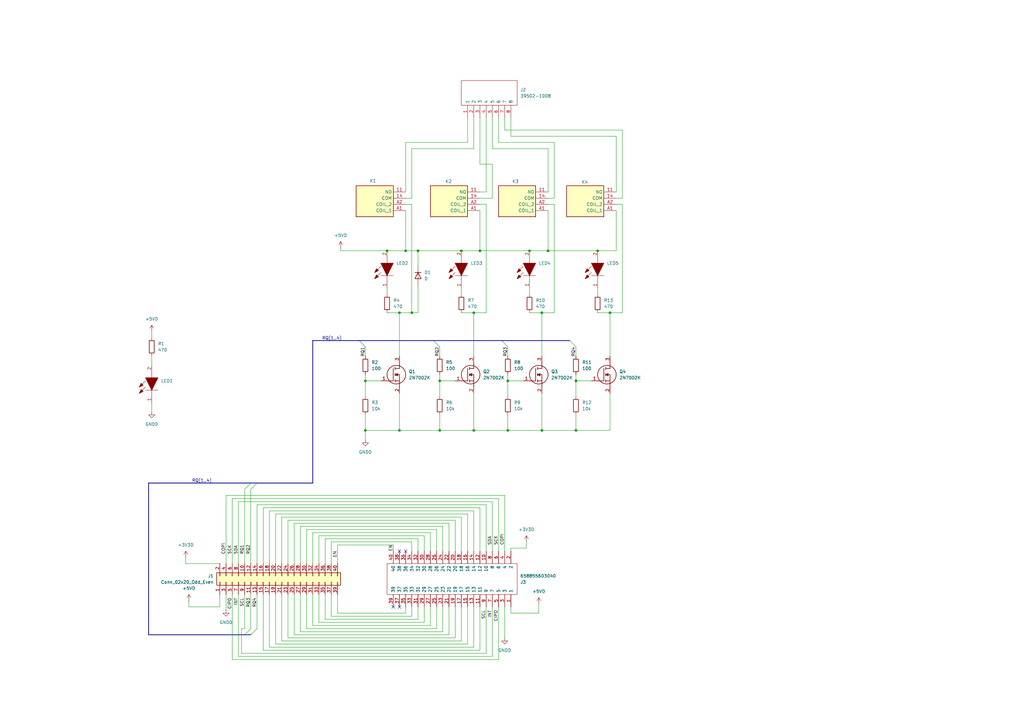
<source format=kicad_sch>
(kicad_sch (version 20250114) (generator "eeschema") (generator_version "9.0")
  (paper "A3")
  (title_block (title "CAN Tram Controller Relaismodul") (date "2025-07-26"))
  (lib_symbols
    (symbol "Connector_Generic:Conn_02x20_Odd_Even" (pin_names (offset 1.016) (hide yes))
      (property "Reference" "J" (at 1.27 25.4 0))
      (property "Value" "Conn_02x20_Odd_Even" (at 1.27 -27.94 0))
      (symbol "Conn_02x20_Odd_Even_1_1"
        (pin passive line (at -5.08 22.86 0) (length 3.81) (name "Pin_1") (number "1"))
        (pin passive line (at -5.08 20.32 0) (length 3.81) (name "Pin_3") (number "3"))
        (pin passive line (at -5.08 17.78 0) (length 3.81) (name "Pin_5") (number "5"))
        (pin passive line (at -5.08 15.24 0) (length 3.81) (name "Pin_7") (number "7"))
        (pin passive line (at -5.08 12.7 0) (length 3.81) (name "Pin_9") (number "9"))
        (pin passive line (at -5.08 10.16 0) (length 3.81) (name "Pin_11") (number "11"))
        (pin passive line (at -5.08 7.62 0) (length 3.81) (name "Pin_13") (number "13"))
        (pin passive line (at -5.08 5.08 0) (length 3.81) (name "Pin_15") (number "15"))
        (pin passive line (at -5.08 2.54 0) (length 3.81) (name "Pin_17") (number "17"))
        (pin passive line (at -5.08 0 0) (length 3.81) (name "Pin_19") (number "19"))
        (pin passive line (at -5.08 -2.54 0) (length 3.81) (name "Pin_21") (number "21"))
        (pin passive line (at -5.08 -5.08 0) (length 3.81) (name "Pin_23") (number "23"))
        (pin passive line (at -5.08 -7.62 0) (length 3.81) (name "Pin_25") (number "25"))
        (pin passive line (at -5.08 -10.16 0) (length 3.81) (name "Pin_27") (number "27"))
        (pin passive line (at -5.08 -12.7 0) (length 3.81) (name "Pin_29") (number "29"))
        (pin passive line (at -5.08 -15.24 0) (length 3.81) (name "Pin_31") (number "31"))
        (pin passive line (at -5.08 -17.78 0) (length 3.81) (name "Pin_33") (number "33"))
        (pin passive line (at -5.08 -20.32 0) (length 3.81) (name "Pin_35") (number "35"))
        (pin passive line (at -5.08 -22.86 0) (length 3.81) (name "Pin_37") (number "37"))
        (pin passive line (at -5.08 -25.4 0) (length 3.81) (name "Pin_39") (number "39"))
        (pin passive line (at 7.62 22.86 180) (length 3.81) (name "Pin_2") (number "2"))
        (pin passive line (at 7.62 20.32 180) (length 3.81) (name "Pin_4") (number "4"))
        (pin passive line (at 7.62 17.78 180) (length 3.81) (name "Pin_6") (number "6"))
        (pin passive line (at 7.62 15.24 180) (length 3.81) (name "Pin_8") (number "8"))
        (pin passive line (at 7.62 12.7 180) (length 3.81) (name "Pin_10") (number "10"))
        (pin passive line (at 7.62 10.16 180) (length 3.81) (name "Pin_12") (number "12"))
        (pin passive line (at 7.62 7.62 180) (length 3.81) (name "Pin_14") (number "14"))
        (pin passive line (at 7.62 5.08 180) (length 3.81) (name "Pin_16") (number "16"))
        (pin passive line (at 7.62 2.54 180) (length 3.81) (name "Pin_18") (number "18"))
        (pin passive line (at 7.62 0 180) (length 3.81) (name "Pin_20") (number "20"))
        (pin passive line (at 7.62 -2.54 180) (length 3.81) (name "Pin_22") (number "22"))
        (pin passive line (at 7.62 -5.08 180) (length 3.81) (name "Pin_24") (number "24"))
        (pin passive line (at 7.62 -7.62 180) (length 3.81) (name "Pin_26") (number "26"))
        (pin passive line (at 7.62 -10.16 180) (length 3.81) (name "Pin_28") (number "28"))
        (pin passive line (at 7.62 -12.7 180) (length 3.81) (name "Pin_30") (number "30"))
        (pin passive line (at 7.62 -15.24 180) (length 3.81) (name "Pin_32") (number "32"))
        (pin passive line (at 7.62 -17.78 180) (length 3.81) (name "Pin_34") (number "34"))
        (pin passive line (at 7.62 -20.32 180) (length 3.81) (name "Pin_36") (number "36"))
        (pin passive line (at 7.62 -22.86 180) (length 3.81) (name "Pin_38") (number "38"))
        (pin passive line (at 7.62 -25.4 180) (length 3.81) (name "Pin_40") (number "40"))
      )
    )
    (symbol "Device:D" (pin_numbers (hide yes)) (pin_names (offset 1.016) (hide yes))
      (property "Reference" "D" (at 0 2.54 0))
      (property "Value" "D" (at 0 -2.54 0))
      (symbol "D_1_1"
        (pin passive line (at -3.81 0 0) (length 2.54) (name "K") (number "1"))
        (pin passive line (at 3.81 0 180) (length 2.54) (name "A") (number "2"))
      )
    )
    (symbol "Device:R" (pin_numbers (hide yes)) (pin_names (offset 0))
      (property "Reference" "R" (at 2.032 0 90))
      (property "Value" "R" (at 0 0 90))
      (symbol "R_1_1"
        (pin passive line (at 0 3.81 270) (length 1.27) (name "~") (number "1"))
        (pin passive line (at 0 -3.81 90) (length 1.27) (name "~") (number "2"))
      )
    )
    (symbol "SamacSys_Parts:156120GS75000" (pin_names (offset 0.762))
      (property "Reference" "LED" (at 12.7 8.89 0))
      (property "Value" "156120GS75000" (at 12.7 6.35 0))
      (symbol "156120GS75000_0_0"
        (pin passive line (at 0 0 0) (length 2.54) (name "~") (number "1"))
        (pin passive line (at 15.24 0 180) (length 2.54) (name "~") (number "2"))
      )
    )
    (symbol "SamacSys_Parts:156120YS75000" (pin_names (offset 0.762))
      (property "Reference" "LED" (at 12.7 8.89 0))
      (property "Value" "156120YS75000" (at 12.7 6.35 0))
      (symbol "156120YS75000_0_0"
        (pin output line (at 0 0 0) (length 2.54) (name "~") (number "1"))
        (pin input line (at 15.24 0 180) (length 2.54) (name "~") (number "2"))
      )
    )
    (symbol "SamacSys_Parts:2N7002K" (pin_names (hide yes))
      (property "Reference" "Q" (at 11.43 3.81 0))
      (property "Value" "2N7002K" (at 11.43 1.27 0))
      (symbol "2N7002K_1_1"
        (pin passive line (at 0 0 0) (length 2.54) (name "G") (number "1"))
        (pin passive line (at 7.62 10.16 270) (length 2.54) (name "D") (number "3"))
        (pin passive line (at 7.62 -5.08 90) (length 2.54) (name "S") (number "2"))
      )
    )
    (symbol "SamacSys_Parts:39502-1008" (pin_names (offset 0.762))
      (property "Reference" "J" (at 16.51 7.62 0))
      (property "Value" "39502-1008" (at 16.51 5.08 0))
      (symbol "39502-1008_0_0"
        (pin passive line (at 0 0 0) (length 5.08) (name "1") (number "1"))
        (pin passive line (at 0 -2.54 0) (length 5.08) (name "2") (number "2"))
        (pin passive line (at 0 -5.08 0) (length 5.08) (name "3") (number "3"))
        (pin passive line (at 0 -7.62 0) (length 5.08) (name "4") (number "4"))
        (pin passive line (at 0 -10.16 0) (length 5.08) (name "5") (number "5"))
        (pin passive line (at 0 -12.7 0) (length 5.08) (name "6") (number "6"))
        (pin passive line (at 0 -15.24 0) (length 5.08) (name "7") (number "7"))
        (pin passive line (at 0 -17.78 0) (length 5.08) (name "8") (number "8"))
      )
    )
    (symbol "SamacSys_Parts:658855603040" (pin_names (offset 0.762))
      (property "Reference" "J" (at 19.05 7.62 0))
      (property "Value" "658855603040" (at 19.05 5.08 0))
      (symbol "658855603040_0_0"
        (pin passive line (at 0 0 0) (length 5.08) (name "2") (number "2"))
        (pin passive line (at 0 -2.54 0) (length 5.08) (name "4") (number "4"))
        (pin passive line (at 0 -5.08 0) (length 5.08) (name "6") (number "6"))
        (pin passive line (at 0 -7.62 0) (length 5.08) (name "8") (number "8"))
        (pin passive line (at 0 -10.16 0) (length 5.08) (name "10") (number "10"))
        (pin passive line (at 0 -12.7 0) (length 5.08) (name "12") (number "12"))
        (pin passive line (at 0 -15.24 0) (length 5.08) (name "14") (number "14"))
        (pin passive line (at 0 -17.78 0) (length 5.08) (name "16") (number "16"))
        (pin passive line (at 0 -20.32 0) (length 5.08) (name "18") (number "18"))
        (pin passive line (at 0 -22.86 0) (length 5.08) (name "20") (number "20"))
        (pin passive line (at 0 -25.4 0) (length 5.08) (name "22") (number "22"))
        (pin passive line (at 0 -27.94 0) (length 5.08) (name "24") (number "24"))
        (pin passive line (at 0 -30.48 0) (length 5.08) (name "26") (number "26"))
        (pin passive line (at 0 -33.02 0) (length 5.08) (name "28") (number "28"))
        (pin passive line (at 0 -35.56 0) (length 5.08) (name "30") (number "30"))
        (pin passive line (at 0 -38.1 0) (length 5.08) (name "32") (number "32"))
        (pin passive line (at 0 -40.64 0) (length 5.08) (name "34") (number "34"))
        (pin passive line (at 0 -43.18 0) (length 5.08) (name "36") (number "36"))
        (pin passive line (at 0 -45.72 0) (length 5.08) (name "38") (number "38"))
        (pin passive line (at 0 -48.26 0) (length 5.08) (name "40") (number "40"))
        (pin passive line (at 22.86 0 180) (length 5.08) (name "1") (number "1"))
        (pin passive line (at 22.86 -2.54 180) (length 5.08) (name "3") (number "3"))
        (pin passive line (at 22.86 -5.08 180) (length 5.08) (name "5") (number "5"))
        (pin passive line (at 22.86 -7.62 180) (length 5.08) (name "7") (number "7"))
        (pin passive line (at 22.86 -10.16 180) (length 5.08) (name "9") (number "9"))
        (pin passive line (at 22.86 -12.7 180) (length 5.08) (name "11") (number "11"))
        (pin passive line (at 22.86 -15.24 180) (length 5.08) (name "13") (number "13"))
        (pin passive line (at 22.86 -17.78 180) (length 5.08) (name "15") (number "15"))
        (pin passive line (at 22.86 -20.32 180) (length 5.08) (name "17") (number "17"))
        (pin passive line (at 22.86 -22.86 180) (length 5.08) (name "19") (number "19"))
        (pin passive line (at 22.86 -25.4 180) (length 5.08) (name "21") (number "21"))
        (pin passive line (at 22.86 -27.94 180) (length 5.08) (name "23") (number "23"))
        (pin passive line (at 22.86 -30.48 180) (length 5.08) (name "25") (number "25"))
        (pin passive line (at 22.86 -33.02 180) (length 5.08) (name "27") (number "27"))
        (pin passive line (at 22.86 -35.56 180) (length 5.08) (name "29") (number "29"))
        (pin passive line (at 22.86 -38.1 180) (length 5.08) (name "31") (number "31"))
        (pin passive line (at 22.86 -40.64 180) (length 5.08) (name "33") (number "33"))
        (pin passive line (at 22.86 -43.18 180) (length 5.08) (name "35") (number "35"))
        (pin passive line (at 22.86 -45.72 180) (length 5.08) (name "37") (number "37"))
        (pin passive line (at 22.86 -48.26 180) (length 5.08) (name "39") (number "39"))
      )
    )
    (symbol "SamacSys_Parts:PCN-105D3MHZ"
      (property "Reference" "K" (at 21.59 7.62 0))
      (property "Value" "PCN-105D3MHZ" (at 21.59 5.08 0))
      (symbol "PCN-105D3MHZ_1_1"
        (pin passive line (at 0 0 0) (length 5.08) (name "COIL_1") (number "A1"))
        (pin passive line (at 0 -2.54 0) (length 5.08) (name "COIL_2") (number "A2"))
        (pin passive line (at 0 -5.08 0) (length 5.08) (name "COM") (number "14"))
        (pin passive line (at 0 -7.62 0) (length 5.08) (name "NO") (number "11"))
      )
    )
    (symbol "power:+5V" (power) (pin_numbers (hide yes)) (pin_names (offset 0) (hide yes))
      (property "Value" "+5V" (at 0 3.556 0))
      (symbol "+5V_1_1"
        (pin power_in line (at 0 0 90) (length 0) (name "~") (number "1"))
      )
    )
    (symbol "power:GND" (power) (pin_numbers (hide yes)) (pin_names (offset 0) (hide yes))
      (property "Value" "GND" (at 0 -3.81 0))
      (symbol "GND_1_1"
        (pin power_in line (at 0 0 270) (length 0) (name "~") (number "1"))
      )
    )
  )
  (junction (at 149.86 156.21))
  (junction (at 196.85 102.87))
  (junction (at 217.17 102.87))
  (junction (at 250.19 128.27))
  (junction (at 208.28 176.53))
  (junction (at 163.83 128.27))
  (junction (at 194.31 128.27))
  (junction (at 180.34 156.21))
  (junction (at 224.79 102.87))
  (junction (at 189.23 102.87))
  (junction (at 194.31 176.53))
  (junction (at 171.45 102.87))
  (junction (at 222.25 176.53))
  (junction (at 163.83 176.53))
  (junction (at 149.86 176.53))
  (junction (at 158.75 102.87))
  (junction (at 168.91 128.27))
  (junction (at 180.34 176.53))
  (junction (at 222.25 128.27))
  (junction (at 236.22 156.21))
  (junction (at 208.28 156.21))
  (junction (at 245.11 102.87))
  (junction (at 166.37 102.87))
  (junction (at 236.22 176.53))
  (no_connect (at 163.83 248.92))
  (no_connect (at 163.83 226.06))
  (no_connect (at 166.37 226.06))
  (no_connect (at 161.29 248.92))
  (bus_entry (at 205.74 139.7) (size 2.54 2.54))
  (bus_entry (at 102.87 257.81) (size -2.54 2.54))
  (bus_entry (at 100.33 200.66) (size 2.54 -2.54))
  (bus_entry (at 105.41 257.81) (size -2.54 2.54))
  (bus_entry (at 233.68 139.7) (size 2.54 2.54))
  (bus_entry (at 177.8 139.7) (size 2.54 2.54))
  (bus_entry (at 102.87 200.66) (size 2.54 -2.54))
  (bus_entry (at 147.32 139.7) (size 2.54 2.54))
  (wire (pts (xy 250.19 128.27) (xy 255.27 128.27)))
  (wire (pts (xy 135.89 252.73) (xy 168.91 252.73)))
  (wire (pts (xy 199.39 78.74) (xy 199.39 48.26)))
  (wire (pts (xy 179.07 226.06) (xy 179.07 217.17)))
  (wire (pts (xy 209.55 224.79) (xy 215.9 224.79)))
  (wire (pts (xy 62.23 165.1) (xy 62.23 168.91)))
  (wire (pts (xy 139.7 102.87) (xy 158.75 102.87)))
  (wire (pts (xy 123.19 215.9) (xy 123.19 231.14)))
  (wire (pts (xy 166.37 102.87) (xy 171.45 102.87)))
  (wire (pts (xy 168.91 226.06) (xy 168.91 222.25)))
  (wire (pts (xy 95.25 270.51) (xy 204.47 270.51)))
  (wire (pts (xy 138.43 243.84) (xy 138.43 251.46)))
  (wire (pts (xy 224.79 102.87) (xy 245.11 102.87)))
  (wire (pts (xy 176.53 226.06) (xy 176.53 218.44)))
  (wire (pts (xy 196.85 266.7) (xy 196.85 248.92)))
  (wire (pts (xy 186.69 213.36) (xy 118.11 213.36)))
  (wire (pts (xy 252.73 78.74) (xy 252.73 55.88)))
  (bus (pts (xy 147.32 139.7) (xy 177.8 139.7)))
  (wire (pts (xy 128.27 256.54) (xy 176.53 256.54)))
  (wire (pts (xy 120.65 214.63) (xy 120.65 231.14)))
  (wire (pts (xy 120.65 243.84) (xy 120.65 260.35)))
  (wire (pts (xy 166.37 251.46) (xy 166.37 248.92)))
  (wire (pts (xy 163.83 128.27) (xy 168.91 128.27)))
  (wire (pts (xy 252.73 81.28) (xy 255.27 81.28)))
  (wire (pts (xy 97.79 205.74) (xy 97.79 231.14)))
  (wire (pts (xy 201.93 60.96) (xy 201.93 48.26)))
  (wire (pts (xy 135.89 222.25) (xy 135.89 231.14)))
  (wire (pts (xy 222.25 176.53) (xy 236.22 176.53)))
  (wire (pts (xy 245.11 118.11) (xy 245.11 120.65)))
  (wire (pts (xy 168.91 83.82) (xy 168.91 128.27)))
  (bus (pts (xy 60.96 260.35) (xy 100.33 260.35)))
  (wire (pts (xy 196.85 81.28) (xy 201.93 81.28)))
  (wire (pts (xy 113.03 210.82) (xy 113.03 231.14)))
  (wire (pts (xy 128.27 243.84) (xy 128.27 256.54)))
  (wire (pts (xy 130.81 243.84) (xy 130.81 255.27)))
  (wire (pts (xy 168.91 81.28) (xy 168.91 60.96)))
  (wire (pts (xy 199.39 83.82) (xy 199.39 128.27)))
  (wire (pts (xy 149.86 162.56) (xy 149.86 156.21)))
  (wire (pts (xy 194.31 226.06) (xy 194.31 209.55)))
  (wire (pts (xy 77.47 248.92) (xy 90.17 248.92)))
  (wire (pts (xy 173.99 255.27) (xy 173.99 248.92)))
  (wire (pts (xy 166.37 58.42) (xy 166.37 78.74)))
  (wire (pts (xy 201.93 67.31) (xy 196.85 67.31)))
  (wire (pts (xy 191.77 210.82) (xy 113.03 210.82)))
  (wire (pts (xy 163.83 128.27) (xy 163.83 146.05)))
  (wire (pts (xy 191.77 58.42) (xy 166.37 58.42)))
  (wire (pts (xy 161.29 223.52) (xy 161.29 226.06)))
  (wire (pts (xy 180.34 153.67) (xy 180.34 156.21)))
  (wire (pts (xy 224.79 86.36) (xy 224.79 102.87)))
  (wire (pts (xy 204.47 58.42) (xy 204.47 48.26)))
  (wire (pts (xy 236.22 142.24) (xy 236.22 146.05)))
  (wire (pts (xy 194.31 128.27) (xy 199.39 128.27)))
  (wire (pts (xy 189.23 102.87) (xy 196.85 102.87)))
  (wire (pts (xy 120.65 260.35) (xy 184.15 260.35)))
  (wire (pts (xy 209.55 251.46) (xy 220.98 251.46)))
  (bus (pts (xy 105.41 198.12) (xy 128.27 198.12)))
  (wire (pts (xy 138.43 223.52) (xy 161.29 223.52)))
  (wire (pts (xy 158.75 102.87) (xy 166.37 102.87)))
  (wire (pts (xy 181.61 226.06) (xy 181.61 215.9)))
  (wire (pts (xy 138.43 231.14) (xy 138.43 223.52)))
  (wire (pts (xy 184.15 226.06) (xy 184.15 214.63)))
  (wire (pts (xy 181.61 259.08) (xy 181.61 248.92)))
  (wire (pts (xy 130.81 219.71) (xy 130.81 231.14)))
  (wire (pts (xy 199.39 207.01) (xy 105.41 207.01)))
  (wire (pts (xy 189.23 226.06) (xy 189.23 212.09)))
  (wire (pts (xy 138.43 251.46) (xy 166.37 251.46)))
  (wire (pts (xy 201.93 248.92) (xy 201.93 269.24)))
  (wire (pts (xy 125.73 243.84) (xy 125.73 257.81)))
  (wire (pts (xy 149.86 176.53) (xy 149.86 170.18)))
  (wire (pts (xy 97.79 243.84) (xy 97.79 269.24)))
  (wire (pts (xy 245.11 102.87) (xy 252.73 102.87)))
  (wire (pts (xy 184.15 214.63) (xy 120.65 214.63)))
  (wire (pts (xy 110.49 265.43) (xy 194.31 265.43)))
  (wire (pts (xy 118.11 261.62) (xy 186.69 261.62)))
  (wire (pts (xy 222.25 128.27) (xy 227.33 128.27)))
  (wire (pts (xy 201.93 205.74) (xy 201.93 226.06)))
  (wire (pts (xy 236.22 156.21) (xy 242.57 156.21)))
  (wire (pts (xy 118.11 213.36) (xy 118.11 231.14)))
  (wire (pts (xy 252.73 83.82) (xy 255.27 83.82)))
  (wire (pts (xy 130.81 255.27) (xy 173.99 255.27)))
  (wire (pts (xy 168.91 81.28) (xy 166.37 81.28)))
  (wire (pts (xy 209.55 55.88) (xy 209.55 48.26)))
  (wire (pts (xy 171.45 116.84) (xy 171.45 128.27)))
  (wire (pts (xy 222.25 161.29) (xy 222.25 176.53)))
  (wire (pts (xy 135.89 243.84) (xy 135.89 252.73)))
  (wire (pts (xy 97.79 205.74) (xy 201.93 205.74)))
  (wire (pts (xy 207.01 203.2) (xy 207.01 226.06)))
  (wire (pts (xy 92.71 243.84) (xy 92.71 250.19)))
  (wire (pts (xy 133.35 220.98) (xy 133.35 231.14)))
  (wire (pts (xy 100.33 200.66) (xy 100.33 231.14)))
  (wire (pts (xy 149.86 153.67) (xy 149.86 156.21)))
  (wire (pts (xy 194.31 176.53) (xy 208.28 176.53)))
  (wire (pts (xy 250.19 176.53) (xy 236.22 176.53)))
  (bus (pts (xy 177.8 139.7) (xy 205.74 139.7)))
  (wire (pts (xy 201.93 81.28) (xy 201.93 67.31)))
  (bus (pts (xy 128.27 198.12) (xy 128.27 139.7)))
  (wire (pts (xy 227.33 58.42) (xy 204.47 58.42)))
  (wire (pts (xy 133.35 243.84) (xy 133.35 254)))
  (wire (pts (xy 207.01 248.92) (xy 207.01 261.62)))
  (wire (pts (xy 204.47 204.47) (xy 204.47 226.06)))
  (wire (pts (xy 208.28 176.53) (xy 208.28 170.18)))
  (wire (pts (xy 208.28 162.56) (xy 208.28 156.21)))
  (wire (pts (xy 97.79 269.24) (xy 201.93 269.24)))
  (wire (pts (xy 107.95 266.7) (xy 196.85 266.7)))
  (wire (pts (xy 163.83 176.53) (xy 180.34 176.53)))
  (wire (pts (xy 171.45 254) (xy 171.45 248.92)))
  (bus (pts (xy 60.96 198.12) (xy 102.87 198.12)))
  (wire (pts (xy 217.17 128.27) (xy 222.25 128.27)))
  (wire (pts (xy 171.45 128.27) (xy 168.91 128.27)))
  (wire (pts (xy 189.23 262.89) (xy 189.23 248.92)))
  (wire (pts (xy 209.55 248.92) (xy 209.55 251.46)))
  (wire (pts (xy 194.31 161.29) (xy 194.31 176.53)))
  (wire (pts (xy 227.33 81.28) (xy 227.33 58.42)))
  (wire (pts (xy 194.31 209.55) (xy 110.49 209.55)))
  (wire (pts (xy 191.77 264.16) (xy 191.77 248.92)))
  (wire (pts (xy 125.73 257.81) (xy 179.07 257.81)))
  (wire (pts (xy 199.39 267.97) (xy 199.39 248.92)))
  (wire (pts (xy 180.34 162.56) (xy 180.34 156.21)))
  (wire (pts (xy 173.99 226.06) (xy 173.99 219.71)))
  (wire (pts (xy 224.79 60.96) (xy 201.93 60.96)))
  (wire (pts (xy 189.23 118.11) (xy 189.23 120.65)))
  (bus (pts (xy 102.87 198.12) (xy 105.41 198.12)))
  (wire (pts (xy 250.19 161.29) (xy 250.19 176.53)))
  (wire (pts (xy 227.33 83.82) (xy 227.33 128.27)))
  (wire (pts (xy 196.85 226.06) (xy 196.85 208.28)))
  (wire (pts (xy 107.95 243.84) (xy 107.95 266.7)))
  (wire (pts (xy 171.45 226.06) (xy 171.45 220.98)))
  (wire (pts (xy 184.15 260.35) (xy 184.15 248.92)))
  (bus (pts (xy 128.27 139.7) (xy 147.32 139.7)))
  (wire (pts (xy 194.31 265.43) (xy 194.31 248.92)))
  (wire (pts (xy 191.77 226.06) (xy 191.77 210.82)))
  (wire (pts (xy 222.25 176.53) (xy 208.28 176.53)))
  (wire (pts (xy 92.71 203.2) (xy 207.01 203.2)))
  (wire (pts (xy 208.28 153.67) (xy 208.28 156.21)))
  (wire (pts (xy 191.77 58.42) (xy 191.77 48.26)))
  (wire (pts (xy 99.06 257.81) (xy 99.06 267.97)))
  (wire (pts (xy 128.27 218.44) (xy 128.27 231.14)))
  (wire (pts (xy 180.34 176.53) (xy 180.34 170.18)))
  (wire (pts (xy 107.95 208.28) (xy 107.95 231.14)))
  (bus (pts (xy 205.74 139.7) (xy 233.68 139.7)))
  (wire (pts (xy 115.57 243.84) (xy 115.57 262.89)))
  (wire (pts (xy 110.49 209.55) (xy 110.49 231.14)))
  (wire (pts (xy 180.34 142.24) (xy 180.34 146.05)))
  (wire (pts (xy 189.23 212.09) (xy 115.57 212.09)))
  (wire (pts (xy 90.17 248.92) (xy 90.17 243.84)))
  (wire (pts (xy 186.69 261.62) (xy 186.69 248.92)))
  (wire (pts (xy 204.47 248.92) (xy 204.47 270.51)))
  (wire (pts (xy 149.86 156.21) (xy 156.21 156.21)))
  (bus (pts (xy 60.96 260.35) (xy 60.96 198.12)))
  (wire (pts (xy 99.06 267.97) (xy 199.39 267.97)))
  (wire (pts (xy 158.75 118.11) (xy 158.75 120.65)))
  (wire (pts (xy 123.19 259.08) (xy 181.61 259.08)))
  (wire (pts (xy 196.85 86.36) (xy 196.85 102.87)))
  (wire (pts (xy 217.17 118.11) (xy 217.17 120.65)))
  (wire (pts (xy 208.28 156.21) (xy 214.63 156.21)))
  (wire (pts (xy 168.91 83.82) (xy 166.37 83.82)))
  (wire (pts (xy 224.79 81.28) (xy 227.33 81.28)))
  (wire (pts (xy 196.85 67.31) (xy 196.85 48.26)))
  (wire (pts (xy 166.37 86.36) (xy 166.37 102.87)))
  (wire (pts (xy 252.73 86.36) (xy 252.73 102.87)))
  (wire (pts (xy 196.85 102.87) (xy 217.17 102.87)))
  (wire (pts (xy 76.2 231.14) (xy 90.17 231.14)))
  (wire (pts (xy 76.2 228.6) (xy 76.2 231.14)))
  (wire (pts (xy 149.86 142.24) (xy 149.86 146.05)))
  (wire (pts (xy 163.83 176.53) (xy 149.86 176.53)))
  (wire (pts (xy 168.91 222.25) (xy 135.89 222.25)))
  (wire (pts (xy 176.53 256.54) (xy 176.53 248.92)))
  (wire (pts (xy 113.03 264.16) (xy 191.77 264.16)))
  (wire (pts (xy 95.25 243.84) (xy 95.25 270.51)))
  (wire (pts (xy 77.47 246.38) (xy 77.47 248.92)))
  (wire (pts (xy 163.83 161.29) (xy 163.83 176.53)))
  (wire (pts (xy 115.57 262.89) (xy 189.23 262.89)))
  (wire (pts (xy 194.31 128.27) (xy 194.31 146.05)))
  (wire (pts (xy 92.71 231.14) (xy 92.71 203.2)))
  (wire (pts (xy 171.45 220.98) (xy 133.35 220.98)))
  (wire (pts (xy 105.41 207.01) (xy 105.41 231.14)))
  (wire (pts (xy 62.23 146.05) (xy 62.23 149.86)))
  (wire (pts (xy 196.85 83.82) (xy 199.39 83.82)))
  (wire (pts (xy 168.91 60.96) (xy 194.31 60.96)))
  (wire (pts (xy 125.73 217.17) (xy 125.73 231.14)))
  (wire (pts (xy 236.22 170.18) (xy 236.22 176.53)))
  (wire (pts (xy 196.85 208.28) (xy 107.95 208.28)))
  (wire (pts (xy 171.45 102.87) (xy 189.23 102.87)))
  (wire (pts (xy 95.25 231.14) (xy 95.25 204.47)))
  (wire (pts (xy 236.22 153.67) (xy 236.22 156.21)))
  (wire (pts (xy 110.49 243.84) (xy 110.49 265.43)))
  (wire (pts (xy 181.61 215.9) (xy 123.19 215.9)))
  (wire (pts (xy 168.91 252.73) (xy 168.91 248.92)))
  (wire (pts (xy 180.34 156.21) (xy 186.69 156.21)))
  (wire (pts (xy 149.86 176.53) (xy 149.86 180.34)))
  (wire (pts (xy 158.75 128.27) (xy 163.83 128.27)))
  (wire (pts (xy 215.9 224.79) (xy 215.9 222.25)))
  (wire (pts (xy 115.57 212.09) (xy 115.57 231.14)))
  (wire (pts (xy 189.23 128.27) (xy 194.31 128.27)))
  (wire (pts (xy 194.31 176.53) (xy 180.34 176.53)))
  (wire (pts (xy 176.53 218.44) (xy 128.27 218.44)))
  (wire (pts (xy 209.55 55.88) (xy 252.73 55.88)))
  (wire (pts (xy 194.31 60.96) (xy 194.31 48.26)))
  (wire (pts (xy 220.98 251.46) (xy 220.98 247.65)))
  (wire (pts (xy 102.87 200.66) (xy 102.87 231.14)))
  (wire (pts (xy 217.17 102.87) (xy 224.79 102.87)))
  (wire (pts (xy 224.79 78.74) (xy 224.79 60.96)))
  (wire (pts (xy 209.55 226.06) (xy 209.55 224.79)))
  (wire (pts (xy 62.23 135.89) (xy 62.23 138.43)))
  (wire (pts (xy 222.25 128.27) (xy 222.25 146.05)))
  (bus (pts (xy 100.33 260.35) (xy 102.87 260.35)))
  (wire (pts (xy 173.99 219.71) (xy 130.81 219.71)))
  (wire (pts (xy 255.27 83.82) (xy 255.27 128.27)))
  (wire (pts (xy 113.03 243.84) (xy 113.03 264.16)))
  (wire (pts (xy 179.07 217.17) (xy 125.73 217.17)))
  (wire (pts (xy 123.19 243.84) (xy 123.19 259.08)))
  (wire (pts (xy 236.22 162.56) (xy 236.22 156.21)))
  (wire (pts (xy 196.85 78.74) (xy 199.39 78.74)))
  (wire (pts (xy 133.35 254) (xy 171.45 254)))
  (wire (pts (xy 186.69 226.06) (xy 186.69 213.36)))
  (wire (pts (xy 199.39 226.06) (xy 199.39 207.01)))
  (wire (pts (xy 207.01 53.34) (xy 255.27 53.34)))
  (wire (pts (xy 105.41 243.84) (xy 105.41 257.81)))
  (wire (pts (xy 208.28 142.24) (xy 208.28 146.05)))
  (wire (pts (xy 255.27 81.28) (xy 255.27 53.34)))
  (wire (pts (xy 139.7 101.6) (xy 139.7 102.87)))
  (wire (pts (xy 179.07 257.81) (xy 179.07 248.92)))
  (wire (pts (xy 250.19 128.27) (xy 250.19 146.05)))
  (wire (pts (xy 207.01 53.34) (xy 207.01 48.26)))
  (wire (pts (xy 100.33 257.81) (xy 99.06 257.81)))
  (wire (pts (xy 118.11 243.84) (xy 118.11 261.62)))
  (wire (pts (xy 171.45 102.87) (xy 171.45 109.22)))
  (wire (pts (xy 95.25 204.47) (xy 204.47 204.47)))
  (wire (pts (xy 102.87 243.84) (xy 102.87 257.81)))
  (wire (pts (xy 245.11 128.27) (xy 250.19 128.27)))
  (wire (pts (xy 224.79 83.82) (xy 227.33 83.82)))
  (wire (pts (xy 100.33 243.84) (xy 100.33 257.81)))
  (label "RQ2" (at 180.34 142.24 270))
  (label "COPI" (at 207.01 223.52 90))
  (label "RQ3" (at 208.28 142.24 270))
  (label "RQ1" (at 149.86 142.24 270))
  (label "SCK" (at 95.25 227.33 90))
  (label "COPI" (at 92.71 227.33 90))
  (label "SCL" (at 100.33 245.11 270))
  (label "INT" (at 201.93 250.19 270))
  (label "INT" (at 97.79 245.11 270))
  (label "RQ4" (at 105.41 245.11 270))
  (label "RQ[1..4]" (at 132.08 139.7 0))
  (label "RQ3" (at 102.87 245.11 270))
  (label "RQ[1..4]" (at 78.74 198.12 0))
  (label "EN" (at 138.43 228.6 90))
  (label "SCL" (at 199.39 250.19 270))
  (label "RQ2" (at 102.87 227.33 90))
  (label "RQ1" (at 100.33 227.33 90))
  (label "EN" (at 161.29 226.06 90))
  (label "CIPO" (at 204.47 250.19 270))
  (label "RQ4" (at 236.22 142.24 270))
  (label "CIPO" (at 95.25 245.11 270))
  (label "SCK" (at 204.47 223.52 90))
  (label "SDA" (at 201.93 223.52 90))
  (label "SDA" (at 97.79 227.33 90))
  (symbol (lib_id "power:+5V") (at 220.98 247.65 0) (unit 1)
    (property "Reference" "#PWR010" (effects (hide yes)))
    (property "Value" "+5VD" (at 220.98 242.57 0))
    (property "Description" "Power symbol creates a global label with name \"+5V\"" (effects (hide yes)))
  )
  (symbol (lib_id "power:+5V") (at 62.23 135.89 0) (unit 1)
    (property "Reference" "#PWR01" (effects (hide yes)))
    (property "Value" "+5VD" (at 62.23 130.81 0))
    (property "Description" "Power symbol creates a global label with name \"+5V\"" (effects (hide yes)))
  )
  (symbol (lib_id "power:+5V") (at 215.9 222.25 0) (unit 1)
    (property "Reference" "#PWR09" (effects (hide yes)))
    (property "Value" "+3V3D" (at 215.9 217.17 0))
    (property "Description" "Power symbol creates a global label with name \"+5V\"" (effects (hide yes)))
  )
  (symbol (lib_id "SamacSys_Parts:2N7002K") (at 214.63 156.21 0) (unit 1)
    (property "Reference" "Q3" (at 226.06 152.3999 0) (effects (justify left)))
    (property "Value" "2N7002K" (at 226.06 154.9399 0) (effects (justify left)))
    (property "Footprint" "SamacSys_Parts:SOT95P240X120-3N" (effects (hide yes)))
    (property "Datasheet" "https://www.onsemi.com/pub/Collateral/2N7002K-FSC-D.PDF" (effects (hide yes)))
    (property "Description" "Low RDS(on); Surface Mount Package; This is a Pb-Free Device; ESD Protected; RoHS Compliant" (effects (hide yes)))
    (property "Manufacturer_Name" "onsemi" (effects (hide yes)))
    (property "Manufacturer_Part_Number" "2N7002K" (effects (hide yes)))
    (property "Mouser Part Number" "512-2N7002K" (effects (hide yes)))
    (property "Height" "1.2" (effects (hide yes)))
    (property "Mouser Price/Stock" "https://www.mouser.co.uk/ProductDetail/onsemi-Fairchild/2N7002K?qs=iS%252BvaFGfLorx0keKeEIrfg%3D%3D" (effects (hide yes)))
  )
  (symbol (lib_id "SamacSys_Parts:PCN-105D3MHZ") (at 196.85 86.36 180) (unit 1)
    (property "Reference" "K2" (at 182.626 74.422 0) (effects (justify right)))
    (property "Value" "PCN-105D3MHZ" (effects (hide yes)))
    (property "Footprint" "SamacSys_Parts:PCN105D3MHZ" (effects (hide yes)))
    (property "Datasheet" "https://www.te.com/commerce/DocumentDelivery/DDEController?Action=showdoc&DocId=Data+Sheet%7FPCN_series_relay_data_sheet_E%7F0820%7Fpdf%7FEnglish%7FENG_DS_PCN_series_relay_data_sheet_E_0820.pdf%7F1721441-2" (effects (hide yes)))
    (property "Description" "SPST-NO Slim PCB relay,3A 5Vdc coil SPST-NO PCB Mount Non-Latching Relay Through Hole, 5V dc" (effects (hide yes)))
    (property "Height" "12.5" (effects (hide yes)))
    (property "Mouser Part Number" "677-PCN-105D3MHZ" (effects (hide yes)))
    (property "Mouser Price/Stock" "https://www.mouser.co.uk/ProductDetail/TE-Connectivity/PCN-105D3MHZ?qs=YjZJnJrCSBSGwNhMyUxenA%3D%3D" (effects (hide yes)))
    (property "Manufacturer_Name" "TE Connectivity" (effects (hide yes)))
    (property "Manufacturer_Part_Number" "PCN-105D3MHZ" (effects (hide yes)))
  )
  (symbol (lib_id "power:+5V") (at 76.2 228.6 0) (unit 1)
    (property "Reference" "#PWR03" (effects (hide yes)))
    (property "Value" "+3V3D" (at 76.2 223.52 0))
    (property "Description" "Power symbol creates a global label with name \"+5V\"" (effects (hide yes)))
  )
  (symbol (lib_id "SamacSys_Parts:2N7002K") (at 186.69 156.21 0) (unit 1)
    (property "Reference" "Q2" (at 198.12 152.3999 0) (effects (justify left)))
    (property "Value" "2N7002K" (at 198.12 154.9399 0) (effects (justify left)))
    (property "Footprint" "SamacSys_Parts:SOT95P240X120-3N" (effects (hide yes)))
    (property "Datasheet" "https://www.onsemi.com/pub/Collateral/2N7002K-FSC-D.PDF" (effects (hide yes)))
    (property "Description" "Low RDS(on); Surface Mount Package; This is a Pb-Free Device; ESD Protected; RoHS Compliant" (effects (hide yes)))
    (property "Manufacturer_Name" "onsemi" (effects (hide yes)))
    (property "Manufacturer_Part_Number" "2N7002K" (effects (hide yes)))
    (property "Mouser Part Number" "512-2N7002K" (effects (hide yes)))
    (property "Height" "1.2" (effects (hide yes)))
    (property "Mouser Price/Stock" "https://www.mouser.co.uk/ProductDetail/onsemi-Fairchild/2N7002K?qs=iS%252BvaFGfLorx0keKeEIrfg%3D%3D" (effects (hide yes)))
  )
  (symbol (lib_id "Device:R") (at 149.86 149.86 180) (unit 1)
    (property "Reference" "R2" (at 152.4 148.5899 0) (effects (justify right)))
    (property "Value" "100" (at 152.4 151.1299 0) (effects (justify right)))
    (property "Footprint" "Resistor_SMD:R_1206_3216Metric" (effects (hide yes)))
    (property "Description" "Resistor" (effects (hide yes)))
    (property "Manufacturer_Name" "YAGEO " (effects (hide yes)))
    (property "Manufacturer_Part_Number" "AC1206FR-07100RL " (effects (hide yes)))
    (property "Mouser Part Number" "603-AC1206FR-07100RL " (effects (hide yes)))
  )
  (symbol (lib_id "SamacSys_Parts:2N7002K") (at 242.57 156.21 0) (unit 1)
    (property "Reference" "Q4" (at 254 152.3999 0) (effects (justify left)))
    (property "Value" "2N7002K" (at 254 154.9399 0) (effects (justify left)))
    (property "Footprint" "SamacSys_Parts:SOT95P240X120-3N" (effects (hide yes)))
    (property "Datasheet" "https://www.onsemi.com/pub/Collateral/2N7002K-FSC-D.PDF" (effects (hide yes)))
    (property "Description" "Low RDS(on); Surface Mount Package; This is a Pb-Free Device; ESD Protected; RoHS Compliant" (effects (hide yes)))
    (property "Manufacturer_Name" "onsemi" (effects (hide yes)))
    (property "Manufacturer_Part_Number" "2N7002K" (effects (hide yes)))
    (property "Mouser Part Number" "512-2N7002K" (effects (hide yes)))
    (property "Height" "1.2" (effects (hide yes)))
    (property "Mouser Price/Stock" "https://www.mouser.co.uk/ProductDetail/onsemi-Fairchild/2N7002K?qs=iS%252BvaFGfLorx0keKeEIrfg%3D%3D" (effects (hide yes)))
  )
  (symbol (lib_id "SamacSys_Parts:156120YS75000") (at 245.11 118.11 90) (unit 1)
    (property "Reference" "LED5" (at 248.92 107.9499 90) (effects (justify right)))
    (property "Value" "156120YS75000" (effects (hide yes)))
    (property "Footprint" "SamacSys_Parts:LEDC5017X140N" (effects (hide yes)))
    (property "Datasheet" "https://componentsearchengine.com/Datasheets/2/156120YS75000.pdf" (effects (hide yes)))
    (property "Description" "Wurth Elektronik 156120YS75000, WL-SMRW Series Yellow LED, 589 nm, 3216 (1206) Clear, Rectangle Lens SMD Package" (effects (hide yes)))
    (property "Height" "1.4" (effects (hide yes)))
    (property "Mouser Part Number" "710-156120YS75000" (effects (hide yes)))
    (property "Mouser Price/Stock" "https://www.mouser.co.uk/ProductDetail/Wurth-Elektronik/156120YS75000?qs=2kOmHSv6VfS%252BWNNIEUg%252B6Q%3D%3D" (effects (hide yes)))
    (property "Manufacturer_Name" "Wurth Elektronik" (effects (hide yes)))
    (property "Manufacturer_Part_Number" "156120YS75000" (effects (hide yes)))
    (property "Description_1" "Wurth Elektronik 156120YS75000, WL-SMRW Series Yellow LED, 589 nm, 3216 (1206) Clear, Rectangle Lens SMD Package" (effects (hide yes)))
  )
  (symbol (lib_id "SamacSys_Parts:658855603040") (at 209.55 226.06 270) (unit 1)
    (property "Reference" "J3" (at 213.36 238.7601 90) (effects (justify left)))
    (property "Value" "658855603040" (at 213.36 236.2201 90) (effects (justify left)))
    (property "Footprint" "SamacSys_Parts:658855603040" (effects (hide yes)))
    (property "Datasheet" "https://www.we-online.com/components/products/datasheet/658855603040.pdf" (effects (hide yes)))
    (property "Description" "40 Position Connector Plug, Center Strip Contacts Surface Mount Gold" (effects (hide yes)))
    (property "Description_1" "40 Position Connector Plug, Center Strip Contacts Surface Mount Gold" (effects (hide yes)))
    (property "Height" "6.18" (effects (hide yes)))
    (property "Mouser Part Number" "710-658855603040" (effects (hide yes)))
    (property "Mouser Price/Stock" "https://www.mouser.co.uk/ProductDetail/Wurth-Elektronik/658855603040?qs=YCa%2FAAYMW02e2zQIiujXjQ%3D%3D" (effects (hide yes)))
    (property "Manufacturer_Name" "Wurth Elektronik" (effects (hide yes)))
    (property "Manufacturer_Part_Number" "658855603040" (effects (hide yes)))
  )
  (symbol (lib_id "power:GND") (at 62.23 168.91 0) (unit 1)
    (property "Reference" "#PWR02" (effects (hide yes)))
    (property "Value" "GNDD" (at 62.23 173.99 0))
    (property "Description" "Power symbol creates a global label with name \"GND\" , ground" (effects (hide yes)))
  )
  (symbol (lib_id "SamacSys_Parts:156120YS75000") (at 158.75 118.11 90) (unit 1)
    (property "Reference" "LED2" (at 162.56 107.9499 90) (effects (justify right)))
    (property "Value" "156120YS75000" (effects (hide yes)))
    (property "Footprint" "SamacSys_Parts:LEDC5017X140N" (effects (hide yes)))
    (property "Datasheet" "https://componentsearchengine.com/Datasheets/2/156120YS75000.pdf" (effects (hide yes)))
    (property "Description" "Wurth Elektronik 156120YS75000, WL-SMRW Series Yellow LED, 589 nm, 3216 (1206) Clear, Rectangle Lens SMD Package" (effects (hide yes)))
    (property "Height" "1.4" (effects (hide yes)))
    (property "Mouser Part Number" "710-156120YS75000" (effects (hide yes)))
    (property "Mouser Price/Stock" "https://www.mouser.co.uk/ProductDetail/Wurth-Elektronik/156120YS75000?qs=2kOmHSv6VfS%252BWNNIEUg%252B6Q%3D%3D" (effects (hide yes)))
    (property "Manufacturer_Name" "Wurth Elektronik" (effects (hide yes)))
    (property "Manufacturer_Part_Number" "156120YS75000" (effects (hide yes)))
    (property "Description_1" "Wurth Elektronik 156120YS75000, WL-SMRW Series Yellow LED, 589 nm, 3216 (1206) Clear, Rectangle Lens SMD Package" (effects (hide yes)))
  )
  (symbol (lib_id "Device:R") (at 236.22 149.86 0) (unit 1)
    (property "Reference" "R11" (at 238.76 148.5899 0) (effects (justify left)))
    (property "Value" "100" (at 238.76 151.1299 0) (effects (justify left)))
    (property "Footprint" "Resistor_SMD:R_1206_3216Metric" (effects (hide yes)))
    (property "Description" "Resistor" (effects (hide yes)))
    (property "Manufacturer_Name" "YAGEO " (effects (hide yes)))
    (property "Manufacturer_Part_Number" "AC1206FR-07100RL " (effects (hide yes)))
    (property "Mouser Part Number" "603-AC1206FR-07100RL " (effects (hide yes)))
  )
  (symbol (lib_id "Device:R") (at 149.86 166.37 0) (unit 1)
    (property "Reference" "R3" (at 152.4 165.0999 0) (effects (justify left)))
    (property "Value" "10k" (at 152.4 167.6399 0) (effects (justify left)))
    (property "Footprint" "Resistor_SMD:R_1206_3216Metric" (effects (hide yes)))
    (property "Description" "Resistor" (effects (hide yes)))
    (property "Manufacturer_Name" "YAGEO " (effects (hide yes)))
    (property "Manufacturer_Part_Number" "RC1206FR-1310KL " (effects (hide yes)))
    (property "Mouser Part Number" "603-RC1206FR-1310KL " (effects (hide yes)))
  )
  (symbol (lib_id "SamacSys_Parts:PCN-105D3MHZ") (at 224.79 86.36 180) (unit 1)
    (property "Reference" "K3" (at 210.058 74.422 0) (effects (justify right)))
    (property "Value" "PCN-105D3MHZ" (effects (hide yes)))
    (property "Footprint" "SamacSys_Parts:PCN105D3MHZ" (effects (hide yes)))
    (property "Datasheet" "https://www.te.com/commerce/DocumentDelivery/DDEController?Action=showdoc&DocId=Data+Sheet%7FPCN_series_relay_data_sheet_E%7F0820%7Fpdf%7FEnglish%7FENG_DS_PCN_series_relay_data_sheet_E_0820.pdf%7F1721441-2" (effects (hide yes)))
    (property "Description" "SPST-NO Slim PCB relay,3A 5Vdc coil SPST-NO PCB Mount Non-Latching Relay Through Hole, 5V dc" (effects (hide yes)))
    (property "Height" "12.5" (effects (hide yes)))
    (property "Mouser Part Number" "677-PCN-105D3MHZ" (effects (hide yes)))
    (property "Mouser Price/Stock" "https://www.mouser.co.uk/ProductDetail/TE-Connectivity/PCN-105D3MHZ?qs=YjZJnJrCSBSGwNhMyUxenA%3D%3D" (effects (hide yes)))
    (property "Manufacturer_Name" "TE Connectivity" (effects (hide yes)))
    (property "Manufacturer_Part_Number" "PCN-105D3MHZ" (effects (hide yes)))
  )
  (symbol (lib_id "SamacSys_Parts:PCN-105D3MHZ") (at 252.73 86.36 180) (unit 1)
    (property "Reference" "K4" (at 238.506 74.676 0) (effects (justify right)))
    (property "Value" "PCN-105D3MHZ" (effects (hide yes)))
    (property "Footprint" "SamacSys_Parts:PCN105D3MHZ" (effects (hide yes)))
    (property "Datasheet" "https://www.te.com/commerce/DocumentDelivery/DDEController?Action=showdoc&DocId=Data+Sheet%7FPCN_series_relay_data_sheet_E%7F0820%7Fpdf%7FEnglish%7FENG_DS_PCN_series_relay_data_sheet_E_0820.pdf%7F1721441-2" (effects (hide yes)))
    (property "Description" "SPST-NO Slim PCB relay,3A 5Vdc coil SPST-NO PCB Mount Non-Latching Relay Through Hole, 5V dc" (effects (hide yes)))
    (property "Height" "12.5" (effects (hide yes)))
    (property "Mouser Part Number" "677-PCN-105D3MHZ" (effects (hide yes)))
    (property "Mouser Price/Stock" "https://www.mouser.co.uk/ProductDetail/TE-Connectivity/PCN-105D3MHZ?qs=YjZJnJrCSBSGwNhMyUxenA%3D%3D" (effects (hide yes)))
    (property "Manufacturer_Name" "TE Connectivity" (effects (hide yes)))
    (property "Manufacturer_Part_Number" "PCN-105D3MHZ" (effects (hide yes)))
  )
  (symbol (lib_id "Device:R") (at 180.34 166.37 0) (unit 1)
    (property "Reference" "R6" (at 182.88 165.0999 0) (effects (justify left)))
    (property "Value" "10k" (at 182.88 167.6399 0) (effects (justify left)))
    (property "Footprint" "Resistor_SMD:R_1206_3216Metric" (effects (hide yes)))
    (property "Description" "Resistor" (effects (hide yes)))
    (property "Manufacturer_Name" "YAGEO " (effects (hide yes)))
    (property "Manufacturer_Part_Number" "RC1206FR-1310KL " (effects (hide yes)))
    (property "Mouser Part Number" "603-RC1206FR-1310KL " (effects (hide yes)))
  )
  (symbol (lib_id "Device:R") (at 180.34 149.86 0) (unit 1)
    (property "Reference" "R5" (at 182.88 148.5899 0) (effects (justify left)))
    (property "Value" "100" (at 182.88 151.1299 0) (effects (justify left)))
    (property "Footprint" "Resistor_SMD:R_1206_3216Metric" (effects (hide yes)))
    (property "Description" "Resistor" (effects (hide yes)))
    (property "Manufacturer_Name" "YAGEO " (effects (hide yes)))
    (property "Manufacturer_Part_Number" "AC1206FR-07100RL " (effects (hide yes)))
    (property "Mouser Part Number" "603-AC1206FR-07100RL " (effects (hide yes)))
  )
  (symbol (lib_id "power:+5V") (at 77.47 246.38 0) (unit 1)
    (property "Reference" "#PWR04" (effects (hide yes)))
    (property "Value" "+5VD" (at 77.47 241.3 0))
    (property "Description" "Power symbol creates a global label with name \"+5V\"" (effects (hide yes)))
  )
  (symbol (lib_id "SamacSys_Parts:156120YS75000") (at 189.23 118.11 90) (unit 1)
    (property "Reference" "LED3" (at 193.04 107.9499 90) (effects (justify right)))
    (property "Value" "156120YS75000" (effects (hide yes)))
    (property "Footprint" "SamacSys_Parts:LEDC5017X140N" (effects (hide yes)))
    (property "Datasheet" "https://componentsearchengine.com/Datasheets/2/156120YS75000.pdf" (effects (hide yes)))
    (property "Description" "Wurth Elektronik 156120YS75000, WL-SMRW Series Yellow LED, 589 nm, 3216 (1206) Clear, Rectangle Lens SMD Package" (effects (hide yes)))
    (property "Height" "1.4" (effects (hide yes)))
    (property "Mouser Part Number" "710-156120YS75000" (effects (hide yes)))
    (property "Mouser Price/Stock" "https://www.mouser.co.uk/ProductDetail/Wurth-Elektronik/156120YS75000?qs=2kOmHSv6VfS%252BWNNIEUg%252B6Q%3D%3D" (effects (hide yes)))
    (property "Manufacturer_Name" "Wurth Elektronik" (effects (hide yes)))
    (property "Manufacturer_Part_Number" "156120YS75000" (effects (hide yes)))
    (property "Description_1" "Wurth Elektronik 156120YS75000, WL-SMRW Series Yellow LED, 589 nm, 3216 (1206) Clear, Rectangle Lens SMD Package" (effects (hide yes)))
  )
  (symbol (lib_id "power:GND") (at 92.71 250.19 0) (unit 1)
    (property "Reference" "#PWR05" (effects (hide yes)))
    (property "Value" "GNDD" (at 92.71 255.27 0))
    (property "Description" "Power symbol creates a global label with name \"GND\" , ground" (effects (hide yes)))
  )
  (symbol (lib_id "SamacSys_Parts:156120YS75000") (at 217.17 118.11 90) (unit 1)
    (property "Reference" "LED4" (at 220.98 107.9499 90) (effects (justify right)))
    (property "Value" "156120YS75000" (effects (hide yes)))
    (property "Footprint" "SamacSys_Parts:LEDC5017X140N" (effects (hide yes)))
    (property "Datasheet" "https://componentsearchengine.com/Datasheets/2/156120YS75000.pdf" (effects (hide yes)))
    (property "Description" "Wurth Elektronik 156120YS75000, WL-SMRW Series Yellow LED, 589 nm, 3216 (1206) Clear, Rectangle Lens SMD Package" (effects (hide yes)))
    (property "Height" "1.4" (effects (hide yes)))
    (property "Mouser Part Number" "710-156120YS75000" (effects (hide yes)))
    (property "Mouser Price/Stock" "https://www.mouser.co.uk/ProductDetail/Wurth-Elektronik/156120YS75000?qs=2kOmHSv6VfS%252BWNNIEUg%252B6Q%3D%3D" (effects (hide yes)))
    (property "Manufacturer_Name" "Wurth Elektronik" (effects (hide yes)))
    (property "Manufacturer_Part_Number" "156120YS75000" (effects (hide yes)))
    (property "Description_1" "Wurth Elektronik 156120YS75000, WL-SMRW Series Yellow LED, 589 nm, 3216 (1206) Clear, Rectangle Lens SMD Package" (effects (hide yes)))
  )
  (symbol (lib_id "power:GND") (at 149.86 180.34 0) (unit 1)
    (property "Reference" "#PWR07" (effects (hide yes)))
    (property "Value" "GNDD" (at 149.86 185.42 0))
    (property "Description" "Power symbol creates a global label with name \"GND\" , ground" (effects (hide yes)))
  )
  (symbol (lib_id "SamacSys_Parts:39502-1008") (at 191.77 48.26 90) (unit 1)
    (property "Reference" "J2" (at 213.36 36.8299 90) (effects (justify right)))
    (property "Value" "39502-1008" (at 213.36 39.3699 90) (effects (justify right)))
    (property "Footprint" "SamacSys_Parts:SHDRRA8W80P0X350_1X8_2940X920X690P" (effects (hide yes)))
    (property "Description" "Pluggable Terminal Blocks 3.5MM HOR PCB HDR 8 CIRCUITS" (effects (hide yes)))
    (property "Description_1" "Pluggable Terminal Blocks 3.5MM HOR PCB HDR 8 CIRCUITS" (effects (hide yes)))
    (property "Height" "6.9" (effects (hide yes)))
    (property "Mouser Part Number" "538-39502-1008" (effects (hide yes)))
    (property "Mouser Price/Stock" "https://www.mouser.co.uk/ProductDetail/Molex/39502-1008?qs=AvZeECrkU9PsYQGkUibK%2Fg%3D%3D" (effects (hide yes)))
    (property "Manufacturer_Name" "Molex" (effects (hide yes)))
    (property "Manufacturer_Part_Number" "39502-1008" (effects (hide yes)))
  )
  (symbol (lib_id "SamacSys_Parts:PCN-105D3MHZ") (at 166.37 86.36 180) (unit 1)
    (property "Reference" "K1" (at 151.638 74.168 0) (effects (justify right)))
    (property "Value" "PCN-105D3MHZ" (effects (hide yes)))
    (property "Footprint" "SamacSys_Parts:PCN105D3MHZ" (effects (hide yes)))
    (property "Datasheet" "https://www.te.com/commerce/DocumentDelivery/DDEController?Action=showdoc&DocId=Data+Sheet%7FPCN_series_relay_data_sheet_E%7F0820%7Fpdf%7FEnglish%7FENG_DS_PCN_series_relay_data_sheet_E_0820.pdf%7F1721441-2" (effects (hide yes)))
    (property "Description" "SPST-NO Slim PCB relay,3A 5Vdc coil SPST-NO PCB Mount Non-Latching Relay Through Hole, 5V dc" (effects (hide yes)))
    (property "Height" "12.5" (effects (hide yes)))
    (property "Mouser Part Number" "677-PCN-105D3MHZ" (effects (hide yes)))
    (property "Mouser Price/Stock" "https://www.mouser.co.uk/ProductDetail/TE-Connectivity/PCN-105D3MHZ?qs=YjZJnJrCSBSGwNhMyUxenA%3D%3D" (effects (hide yes)))
    (property "Manufacturer_Name" "TE Connectivity" (effects (hide yes)))
    (property "Manufacturer_Part_Number" "PCN-105D3MHZ" (effects (hide yes)))
  )
  (symbol (lib_id "Device:D") (at 171.45 113.03 270) (unit 1)
    (property "Reference" "D1" (at 173.99 111.7599 90) (effects (justify left)))
    (property "Value" "D" (at 173.99 114.2999 90) (effects (justify left)))
    (property "Description" "Diode" (effects (hide yes)))
    (property "Sim.Device" "D" (effects (hide yes)))
    (property "Sim.Pins" "1=K 2=A" (effects (hide yes)))
  )
  (symbol (lib_id "Device:R") (at 208.28 149.86 0) (unit 1)
    (property "Reference" "R8" (at 210.82 148.5899 0) (effects (justify left)))
    (property "Value" "100" (at 210.82 151.1299 0) (effects (justify left)))
    (property "Footprint" "Resistor_SMD:R_1206_3216Metric" (effects (hide yes)))
    (property "Description" "Resistor" (effects (hide yes)))
    (property "Manufacturer_Name" "YAGEO " (effects (hide yes)))
    (property "Manufacturer_Part_Number" "AC1206FR-07100RL " (effects (hide yes)))
    (property "Mouser Part Number" "603-AC1206FR-07100RL " (effects (hide yes)))
  )
  (symbol (lib_id "Device:R") (at 217.17 124.46 0) (unit 1)
    (property "Reference" "R10" (at 219.71 123.1899 0) (effects (justify left)))
    (property "Value" "470" (at 219.71 125.7299 0) (effects (justify left)))
    (property "Footprint" "Resistor_SMD:R_1206_3216Metric" (effects (hide yes)))
    (property "Description" "Resistor" (effects (hide yes)))
    (property "Manufacturer_Name" "YAGEO " (effects (hide yes)))
    (property "Manufacturer_Part_Number" "AC1206FR-07470RL " (effects (hide yes)))
    (property "Mouser Part Number" "603-AC1206FR-07470RL " (effects (hide yes)))
  )
  (symbol (lib_id "Device:R") (at 208.28 166.37 0) (unit 1)
    (property "Reference" "R9" (at 210.82 165.0999 0) (effects (justify left)))
    (property "Value" "10k" (at 210.82 167.6399 0) (effects (justify left)))
    (property "Footprint" "Resistor_SMD:R_1206_3216Metric" (effects (hide yes)))
    (property "Description" "Resistor" (effects (hide yes)))
    (property "Manufacturer_Name" "YAGEO " (effects (hide yes)))
    (property "Manufacturer_Part_Number" "RC1206FR-1310KL " (effects (hide yes)))
    (property "Mouser Part Number" "603-RC1206FR-1310KL " (effects (hide yes)))
  )
  (symbol (lib_id "Device:R") (at 245.11 124.46 0) (unit 1)
    (property "Reference" "R13" (at 247.65 123.1899 0) (effects (justify left)))
    (property "Value" "470" (at 247.65 125.7299 0) (effects (justify left)))
    (property "Footprint" "Resistor_SMD:R_1206_3216Metric" (effects (hide yes)))
    (property "Description" "Resistor" (effects (hide yes)))
    (property "Manufacturer_Name" "YAGEO " (effects (hide yes)))
    (property "Manufacturer_Part_Number" "AC1206FR-07470RL " (effects (hide yes)))
    (property "Mouser Part Number" "603-AC1206FR-07470RL " (effects (hide yes)))
  )
  (symbol (lib_id "SamacSys_Parts:156120GS75000") (at 62.23 165.1 90) (unit 1)
    (property "Reference" "LED1" (at 66.04 156.2099 90) (effects (justify right)))
    (property "Value" "156120GS75000" (effects (hide yes)))
    (property "Footprint" "SamacSys_Parts:156120GS75000" (effects (hide yes)))
    (property "Datasheet" "https://www.we-online.com/katalog/datasheet/156120GS75000.pdf" (effects (hide yes)))
    (property "Description" "WURTH ELEKTRONIK - 156120GS75000 - LED, Reverse Mount, Rectangular, Green, SMD, 25 mA, 3.3 V, 525 nm" (effects (hide yes)))
    (property "Description_1" "WURTH ELEKTRONIK - 156120GS75000 - LED, Reverse Mount, Rectangular, Green, SMD, 25 mA, 3.3 V, 525 nm" (effects (hide yes)))
    (property "Height" "1.3" (effects (hide yes)))
    (property "Mouser Part Number" "710-156120GS75000" (effects (hide yes)))
    (property "Mouser Price/Stock" "https://www.mouser.co.uk/ProductDetail/Wurth-Elektronik/156120GS75000?qs=LlUlMxKIyB2C7it69rl%252BWQ%3D%3D" (effects (hide yes)))
    (property "Manufacturer_Name" "Wurth Elektronik" (effects (hide yes)))
    (property "Manufacturer_Part_Number" "156120GS75000" (effects (hide yes)))
  )
  (symbol (lib_id "SamacSys_Parts:2N7002K") (at 156.21 156.21 0) (unit 1)
    (property "Reference" "Q1" (at 167.64 152.3999 0) (effects (justify left)))
    (property "Value" "2N7002K" (at 167.64 154.9399 0) (effects (justify left)))
    (property "Footprint" "SamacSys_Parts:SOT95P240X120-3N" (effects (hide yes)))
    (property "Datasheet" "https://www.onsemi.com/pub/Collateral/2N7002K-FSC-D.PDF" (effects (hide yes)))
    (property "Description" "Low RDS(on); Surface Mount Package; This is a Pb-Free Device; ESD Protected; RoHS Compliant" (effects (hide yes)))
    (property "Manufacturer_Name" "onsemi" (effects (hide yes)))
    (property "Manufacturer_Part_Number" "2N7002K" (effects (hide yes)))
    (property "Mouser Part Number" "512-2N7002K" (effects (hide yes)))
    (property "Height" "1.2" (effects (hide yes)))
    (property "Mouser Price/Stock" "https://www.mouser.co.uk/ProductDetail/onsemi-Fairchild/2N7002K?qs=iS%252BvaFGfLorx0keKeEIrfg%3D%3D" (effects (hide yes)))
  )
  (symbol (lib_id "Device:R") (at 158.75 124.46 0) (unit 1)
    (property "Reference" "R4" (at 161.29 123.1899 0) (effects (justify left)))
    (property "Value" "470" (at 161.29 125.7299 0) (effects (justify left)))
    (property "Footprint" "Resistor_SMD:R_1206_3216Metric" (effects (hide yes)))
    (property "Description" "Resistor" (effects (hide yes)))
    (property "Manufacturer_Name" "YAGEO " (effects (hide yes)))
    (property "Manufacturer_Part_Number" "AC1206FR-07470RL " (effects (hide yes)))
    (property "Mouser Part Number" "603-AC1206FR-07470RL " (effects (hide yes)))
  )
  (symbol (lib_id "Device:R") (at 62.23 142.24 0) (unit 1)
    (property "Reference" "R1" (at 64.77 140.9699 0) (effects (justify left)))
    (property "Value" "470" (at 64.77 143.5099 0) (effects (justify left)))
    (property "Footprint" "Resistor_SMD:R_1206_3216Metric" (effects (hide yes)))
    (property "Description" "Resistor" (effects (hide yes)))
    (property "Manufacturer_Name" "YAGEO " (effects (hide yes)))
    (property "Manufacturer_Part_Number" "AC1206FR-07470RL " (effects (hide yes)))
    (property "Mouser Part Number" "603-AC1206FR-07470RL " (effects (hide yes)))
  )
  (symbol (lib_id "Connector_Generic:Conn_02x20_Odd_Even") (at 113.03 238.76 90) (unit 1)
    (property "Reference" "J1" (at 87.63 236.2199 90) (effects (justify left)))
    (property "Value" "Conn_02x20_Odd_Even" (at 87.63 238.7599 90) (effects (justify left)))
    (property "Footprint" "Connector_PinSocket_2.54mm:PinSocket_2x20_P2.54mm_Vertical" (effects (hide yes)))
    (property "Description" "Generic connector, double row, 02x20, odd/even pin numbering scheme (row 1 odd numbers, row 2 even numbers), script generated (kicad-library-utils/schlib/autogen/connector/)" (effects (hide yes)))
  )
  (symbol (lib_id "Device:R") (at 189.23 124.46 0) (unit 1)
    (property "Reference" "R7" (at 191.77 123.1899 0) (effects (justify left)))
    (property "Value" "470" (at 191.77 125.7299 0) (effects (justify left)))
    (property "Footprint" "Resistor_SMD:R_1206_3216Metric" (effects (hide yes)))
    (property "Description" "Resistor" (effects (hide yes)))
    (property "Manufacturer_Name" "YAGEO " (effects (hide yes)))
    (property "Manufacturer_Part_Number" "AC1206FR-07470RL " (effects (hide yes)))
    (property "Mouser Part Number" "603-AC1206FR-07470RL " (effects (hide yes)))
  )
  (symbol (lib_id "Device:R") (at 236.22 166.37 0) (unit 1)
    (property "Reference" "R12" (at 238.76 165.0999 0) (effects (justify left)))
    (property "Value" "10k" (at 238.76 167.6399 0) (effects (justify left)))
    (property "Footprint" "Resistor_SMD:R_1206_3216Metric" (effects (hide yes)))
    (property "Description" "Resistor" (effects (hide yes)))
    (property "Manufacturer_Name" "YAGEO " (effects (hide yes)))
    (property "Manufacturer_Part_Number" "RC1206FR-1310KL " (effects (hide yes)))
    (property "Mouser Part Number" "603-RC1206FR-1310KL " (effects (hide yes)))
  )
  (symbol (lib_id "power:+5V") (at 139.7 101.6 0) (unit 1)
    (property "Reference" "#PWR06" (effects (hide yes)))
    (property "Value" "+5VD" (at 139.7 96.52 0))
    (property "Description" "Power symbol creates a global label with name \"+5V\"" (effects (hide yes)))
  )
  (symbol (lib_id "power:GND") (at 207.01 261.62 0) (unit 1)
    (property "Reference" "#PWR08" (effects (hide yes)))
    (property "Value" "GNDD" (at 207.01 266.7 0))
    (property "Description" "Power symbol creates a global label with name \"GND\" , ground" (effects (hide yes)))
  )
)
</source>
